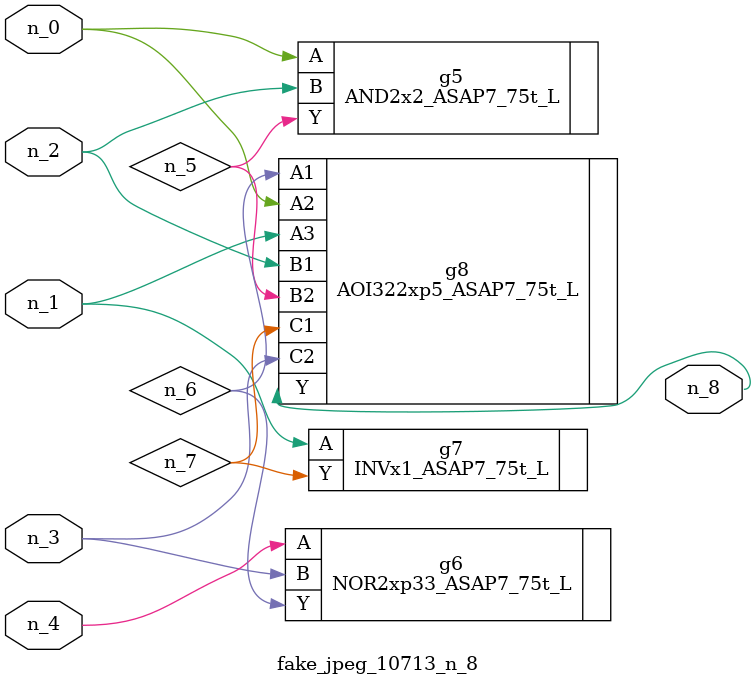
<source format=v>
module fake_jpeg_10713_n_8 (n_3, n_2, n_1, n_0, n_4, n_8);

input n_3;
input n_2;
input n_1;
input n_0;
input n_4;

output n_8;

wire n_6;
wire n_5;
wire n_7;

AND2x2_ASAP7_75t_L g5 ( 
.A(n_0),
.B(n_2),
.Y(n_5)
);

NOR2xp33_ASAP7_75t_L g6 ( 
.A(n_4),
.B(n_3),
.Y(n_6)
);

INVx1_ASAP7_75t_L g7 ( 
.A(n_1),
.Y(n_7)
);

AOI322xp5_ASAP7_75t_L g8 ( 
.A1(n_6),
.A2(n_0),
.A3(n_1),
.B1(n_2),
.B2(n_5),
.C1(n_7),
.C2(n_3),
.Y(n_8)
);


endmodule
</source>
